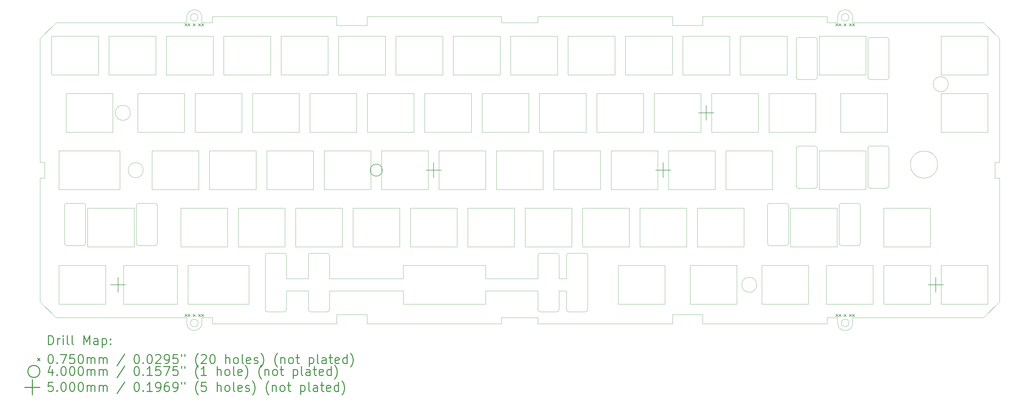
<source format=gbr>
%FSLAX45Y45*%
G04 Gerber Fmt 4.5, Leading zero omitted, Abs format (unit mm)*
G04 Created by KiCad (PCBNEW (5.1.12)-1) date 2021-12-15 02:21:57*
%MOMM*%
%LPD*%
G01*
G04 APERTURE LIST*
%TA.AperFunction,Profile*%
%ADD10C,0.010000*%
%TD*%
%TA.AperFunction,Profile*%
%ADD11C,0.100000*%
%TD*%
%ADD12C,0.200000*%
%ADD13C,0.300000*%
G04 APERTURE END LIST*
D10*
X30129375Y-3285000D02*
G75*
G02*
X30204375Y-3210000I75000J0D01*
G01*
X30204375Y-4610000D02*
G75*
G02*
X30129375Y-4535000I0J75000D01*
G01*
X27749375Y-3285000D02*
X27749375Y-4535000D01*
X27824375Y-4610000D02*
G75*
G02*
X27749375Y-4535000I0J75000D01*
G01*
X27824375Y-4610000D02*
X28374375Y-4610000D01*
X28449375Y-4535000D02*
G75*
G02*
X28374375Y-4610000I-75000J0D01*
G01*
X28449375Y-4535000D02*
X28449375Y-3285000D01*
X30129375Y-3285000D02*
X30129375Y-4535000D01*
X30204375Y-4610000D02*
X30754375Y-4610000D01*
X28374375Y-3210000D02*
X27824375Y-3210000D01*
X30754375Y-3210000D02*
G75*
G02*
X30829375Y-3285000I0J-75000D01*
G01*
X27749375Y-3285000D02*
G75*
G02*
X27824375Y-3210000I75000J0D01*
G01*
X28374375Y-3210000D02*
G75*
G02*
X28449375Y-3285000I0J-75000D01*
G01*
X30829375Y-4535000D02*
G75*
G02*
X30754375Y-4610000I-75000J0D01*
G01*
X30829375Y-4535000D02*
X30829375Y-3285000D01*
X30754375Y-3210000D02*
X30204375Y-3210000D01*
X28514375Y-4450000D02*
X30064375Y-4450000D01*
X28514375Y-3170000D02*
X28514375Y-4450000D01*
X30064375Y-4450000D02*
X30064375Y-3170000D01*
X30064375Y-3170000D02*
X28514375Y-3170000D01*
D11*
X26443750Y-11430000D02*
G75*
G03*
X26443750Y-11430000I-250000J0D01*
G01*
X5650000Y-5715000D02*
G75*
G03*
X5650000Y-5715000I-250000J0D01*
G01*
X32800000Y-4762500D02*
G75*
G03*
X32800000Y-4762500I-250000J0D01*
G01*
X2650000Y-3245000D02*
X3180000Y-2715000D01*
X2650000Y-7360000D02*
X2650000Y-3245000D01*
X2800000Y-7360000D02*
X2650000Y-7360000D01*
X2800000Y-7880000D02*
X2800000Y-7360000D01*
X2650000Y-7880000D02*
X2800000Y-7880000D01*
X2650000Y-11995000D02*
X2650000Y-7880000D01*
X3180000Y-12525000D02*
X2650000Y-11995000D01*
X7520000Y-12525000D02*
X3180000Y-12525000D01*
X7520000Y-12700000D02*
X7520000Y-12525000D01*
X8020000Y-12700000D02*
G75*
G02*
X7520000Y-12700000I-250000J0D01*
G01*
X8020000Y-12525000D02*
X8020000Y-12700000D01*
X8370000Y-12525000D02*
X8020000Y-12525000D01*
X8370000Y-12725000D02*
X8370000Y-12525000D01*
X12500000Y-12725000D02*
X8370000Y-12725000D01*
X12500000Y-12425000D02*
X12500000Y-12725000D01*
X13500000Y-12425000D02*
X12500000Y-12425000D01*
X13500000Y-12725000D02*
X13500000Y-12425000D01*
X17970000Y-12725000D02*
X13500000Y-12725000D01*
X17970000Y-12525000D02*
X17970000Y-12725000D01*
X17970000Y-2515000D02*
X17970000Y-2715000D01*
X13500000Y-2515000D02*
X17970000Y-2515000D01*
X13500000Y-2815000D02*
X13500000Y-2515000D01*
X12500000Y-2815000D02*
X13500000Y-2815000D01*
X12500000Y-2515000D02*
X12500000Y-2815000D01*
X8370000Y-2515000D02*
X12500000Y-2515000D01*
X8370000Y-2715000D02*
X8370000Y-2515000D01*
X8020000Y-2715000D02*
X8370000Y-2715000D01*
X8020000Y-2540000D02*
X8020000Y-2715000D01*
X7520000Y-2540000D02*
G75*
G02*
X8020000Y-2540000I250000J0D01*
G01*
X7520000Y-2715000D02*
X7520000Y-2540000D01*
X3180000Y-2715000D02*
X7520000Y-2715000D01*
X33967500Y-2715000D02*
X29627500Y-2715000D01*
X34497500Y-3245000D02*
X33967500Y-2715000D01*
X34497500Y-7360000D02*
X34497500Y-3245000D01*
X34347500Y-7360000D02*
X34497500Y-7360000D01*
X34347500Y-7880000D02*
X34347500Y-7360000D01*
X34497500Y-7880000D02*
X34347500Y-7880000D01*
X34497500Y-11995000D02*
X34497500Y-7880000D01*
X33967500Y-12525000D02*
X34497500Y-11995000D01*
X29627500Y-12525000D02*
X33967500Y-12525000D01*
X29627500Y-12700000D02*
X29627500Y-12525000D01*
X29627500Y-12700000D02*
G75*
G02*
X29127500Y-12700000I-250000J0D01*
G01*
X29127500Y-12525000D02*
X29127500Y-12700000D01*
X28777500Y-12525000D02*
X29127500Y-12525000D01*
X28777500Y-12725000D02*
X28777500Y-12525000D01*
X24647500Y-12725000D02*
X28777500Y-12725000D01*
X24647500Y-12425000D02*
X24647500Y-12725000D01*
X23647500Y-12425000D02*
X24647500Y-12425000D01*
X23647500Y-12725000D02*
X23647500Y-12425000D01*
X19177500Y-12725000D02*
X23647500Y-12725000D01*
X19177500Y-12525000D02*
X19177500Y-12725000D01*
X17970000Y-12525000D02*
X19177500Y-12525000D01*
X19177500Y-2715000D02*
X17970000Y-2715000D01*
X19177500Y-2515000D02*
X19177500Y-2715000D01*
X23647500Y-2515000D02*
X19177500Y-2515000D01*
X23647500Y-2815000D02*
X23647500Y-2515000D01*
X24647500Y-2815000D02*
X23647500Y-2815000D01*
X24647500Y-2515000D02*
X24647500Y-2815000D01*
X28777500Y-2515000D02*
X24647500Y-2515000D01*
X28777500Y-2715000D02*
X28777500Y-2515000D01*
X29127500Y-2715000D02*
X28777500Y-2715000D01*
X29127500Y-2540000D02*
X29127500Y-2715000D01*
X29127500Y-2540000D02*
G75*
G02*
X29627500Y-2540000I250000J0D01*
G01*
X29627500Y-2715000D02*
X29627500Y-2540000D01*
X7895000Y-12700000D02*
G75*
G03*
X7895000Y-12700000I-125000J0D01*
G01*
X29502500Y-12700000D02*
G75*
G03*
X29502500Y-12700000I-125000J0D01*
G01*
X7895000Y-2540000D02*
G75*
G03*
X7895000Y-2540000I-125000J0D01*
G01*
X29502500Y-2540000D02*
G75*
G03*
X29502500Y-2540000I-125000J0D01*
G01*
D10*
X32562500Y-4450000D02*
X34112500Y-4450000D01*
X34112500Y-5075000D02*
X32562500Y-5075000D01*
X32562500Y-5075000D02*
X32562500Y-6355000D01*
X32562500Y-6355000D02*
X34112500Y-6355000D01*
X34112500Y-6355000D02*
X34112500Y-5075000D01*
X34112500Y-4450000D02*
X34112500Y-3170000D01*
X34112500Y-3170000D02*
X32562500Y-3170000D01*
X32562500Y-3170000D02*
X32562500Y-4450000D01*
D11*
X6075000Y-7620000D02*
G75*
G03*
X6075000Y-7620000I-250000J0D01*
G01*
D10*
X10752500Y-10380000D02*
G75*
G02*
X10827500Y-10455000I0J-75000D01*
G01*
X10827500Y-10455000D02*
X10827500Y-11230000D01*
X10202500Y-10380000D02*
X10752500Y-10380000D01*
X10752500Y-12330000D02*
X10202500Y-12330000D01*
X10827500Y-11630000D02*
X10827500Y-12255000D01*
X10827500Y-12255000D02*
G75*
G02*
X10752500Y-12330000I-75000J0D01*
G01*
X12181250Y-10380000D02*
G75*
G02*
X12256250Y-10455000I0J-75000D01*
G01*
X12256250Y-10455000D02*
X12256250Y-11230000D01*
X11631250Y-10380000D02*
X12181250Y-10380000D01*
X12181250Y-12330000D02*
X11631250Y-12330000D01*
X12256250Y-11630000D02*
X12256250Y-12255000D01*
X12256250Y-12255000D02*
G75*
G02*
X12181250Y-12330000I-75000J0D01*
G01*
X4585000Y-4450000D02*
X4585000Y-3170000D01*
X3035000Y-4450000D02*
X4585000Y-4450000D01*
X3035000Y-3170000D02*
X3035000Y-4450000D01*
X4585000Y-3170000D02*
X3035000Y-3170000D01*
X34112500Y-12070000D02*
X34112500Y-10790000D01*
X32562500Y-12070000D02*
X34112500Y-12070000D01*
X32562500Y-10790000D02*
X32562500Y-12070000D01*
X34112500Y-10790000D02*
X32562500Y-10790000D01*
X32207500Y-12070000D02*
X32207500Y-10790000D01*
X30657500Y-12070000D02*
X32207500Y-12070000D01*
X30657500Y-10790000D02*
X30657500Y-12070000D01*
X32207500Y-10790000D02*
X30657500Y-10790000D01*
X30302500Y-12070000D02*
X30302500Y-10790000D01*
X28752500Y-12070000D02*
X30302500Y-12070000D01*
X28752500Y-10790000D02*
X28752500Y-12070000D01*
X30302500Y-10790000D02*
X28752500Y-10790000D01*
X32207500Y-10165000D02*
X32207500Y-8885000D01*
X30657500Y-10165000D02*
X32207500Y-10165000D01*
X30657500Y-8885000D02*
X30657500Y-10165000D01*
X32207500Y-8885000D02*
X30657500Y-8885000D01*
X5061250Y-6355000D02*
X5061250Y-5075000D01*
X3511250Y-6355000D02*
X5061250Y-6355000D01*
X3511250Y-5075000D02*
X3511250Y-6355000D01*
X5061250Y-5075000D02*
X3511250Y-5075000D01*
X5299375Y-8260000D02*
X5299375Y-6980000D01*
X5775625Y-10165000D02*
X5775625Y-8885000D01*
X4225625Y-10165000D02*
X5775625Y-10165000D01*
X4225625Y-8885000D02*
X4225625Y-10165000D01*
X5775625Y-8885000D02*
X4225625Y-8885000D01*
X3535625Y-10125000D02*
G75*
G02*
X3460625Y-10050000I0J75000D01*
G01*
X3460625Y-8800000D02*
X3460625Y-10050000D01*
X3460625Y-8800000D02*
G75*
G02*
X3535625Y-8725000I75000J0D01*
G01*
X4085625Y-8725000D02*
X3535625Y-8725000D01*
X4085625Y-8725000D02*
G75*
G02*
X4160625Y-8800000I0J-75000D01*
G01*
X4160625Y-10050000D02*
X4160625Y-8800000D01*
X4160625Y-10050000D02*
G75*
G02*
X4085625Y-10125000I-75000J0D01*
G01*
X3535625Y-10125000D02*
X4085625Y-10125000D01*
X5840625Y-8800000D02*
X5840625Y-10050000D01*
X5840625Y-8800000D02*
G75*
G02*
X5915625Y-8725000I75000J0D01*
G01*
X6465625Y-8725000D02*
X5915625Y-8725000D01*
X6465625Y-8725000D02*
G75*
G02*
X6540625Y-8800000I0J-75000D01*
G01*
X6540625Y-10050000D02*
X6540625Y-8800000D01*
X6540625Y-10050000D02*
G75*
G02*
X6465625Y-10125000I-75000J0D01*
G01*
X5915625Y-10125000D02*
X6465625Y-10125000D01*
X5915625Y-10125000D02*
G75*
G02*
X5840625Y-10050000I0J75000D01*
G01*
X29111875Y-10165000D02*
X29111875Y-8885000D01*
X27561875Y-10165000D02*
X29111875Y-10165000D01*
X27561875Y-8885000D02*
X27561875Y-10165000D01*
X29111875Y-8885000D02*
X27561875Y-8885000D01*
X30778750Y-6355000D02*
X30778750Y-5075000D01*
X29228750Y-6355000D02*
X30778750Y-6355000D01*
X29228750Y-5075000D02*
X29228750Y-6355000D01*
X30778750Y-5075000D02*
X29228750Y-5075000D01*
X30064375Y-8260000D02*
X30064375Y-6980000D01*
X28514375Y-8260000D02*
X30064375Y-8260000D01*
X28514375Y-6980000D02*
X28514375Y-8260000D01*
X30064375Y-6980000D02*
X28514375Y-6980000D01*
X6490000Y-4450000D02*
X6490000Y-3170000D01*
X4940000Y-4450000D02*
X6490000Y-4450000D01*
X4940000Y-3170000D02*
X4940000Y-4450000D01*
X6490000Y-3170000D02*
X4940000Y-3170000D01*
X28397500Y-6355000D02*
X28397500Y-5075000D01*
X26847500Y-6355000D02*
X28397500Y-6355000D01*
X26847500Y-5075000D02*
X26847500Y-6355000D01*
X28397500Y-5075000D02*
X26847500Y-5075000D01*
X26968750Y-8260000D02*
X26968750Y-6980000D01*
X25418750Y-8260000D02*
X26968750Y-8260000D01*
X25418750Y-6980000D02*
X25418750Y-8260000D01*
X26968750Y-6980000D02*
X25418750Y-6980000D01*
X26016250Y-10165000D02*
X26016250Y-8885000D01*
X24466250Y-10165000D02*
X26016250Y-10165000D01*
X24466250Y-8885000D02*
X24466250Y-10165000D01*
X26016250Y-8885000D02*
X24466250Y-8885000D01*
X7442500Y-6355000D02*
X7442500Y-5075000D01*
X5892500Y-6355000D02*
X7442500Y-6355000D01*
X5892500Y-5075000D02*
X5892500Y-6355000D01*
X7442500Y-5075000D02*
X5892500Y-5075000D01*
X7918750Y-8260000D02*
X7918750Y-6980000D01*
X6368750Y-8260000D02*
X7918750Y-8260000D01*
X6368750Y-6980000D02*
X6368750Y-8260000D01*
X7918750Y-6980000D02*
X6368750Y-6980000D01*
X8871250Y-10165000D02*
X8871250Y-8885000D01*
X7321250Y-10165000D02*
X8871250Y-10165000D01*
X7321250Y-8885000D02*
X7321250Y-10165000D01*
X8871250Y-8885000D02*
X7321250Y-8885000D01*
X4823125Y-12070000D02*
X4823125Y-10790000D01*
X3273125Y-12070000D02*
X4823125Y-12070000D01*
X3273125Y-10790000D02*
X3273125Y-12070000D01*
X4823125Y-10790000D02*
X3273125Y-10790000D01*
X25778125Y-12070000D02*
X25778125Y-10790000D01*
X24228125Y-12070000D02*
X25778125Y-12070000D01*
X24228125Y-10790000D02*
X24228125Y-12070000D01*
X25778125Y-10790000D02*
X24228125Y-10790000D01*
X28159375Y-12070000D02*
X28159375Y-10790000D01*
X26609375Y-12070000D02*
X28159375Y-12070000D01*
X26609375Y-10790000D02*
X26609375Y-12070000D01*
X28159375Y-10790000D02*
X26609375Y-10790000D01*
X21846875Y-12070000D02*
X21846875Y-10790000D01*
X23396875Y-12070000D02*
X21846875Y-12070000D01*
X23396875Y-10790000D02*
X23396875Y-12070000D01*
X21846875Y-10790000D02*
X23396875Y-10790000D01*
X7204375Y-12070000D02*
X7204375Y-10790000D01*
X9585625Y-12070000D02*
X9585625Y-10790000D01*
X27421875Y-8725000D02*
G75*
G02*
X27496875Y-8800000I0J-75000D01*
G01*
X27496875Y-10050000D02*
X27496875Y-8800000D01*
X27496875Y-10050000D02*
G75*
G02*
X27421875Y-10125000I-75000J0D01*
G01*
X26871875Y-10125000D02*
X27421875Y-10125000D01*
X26871875Y-10125000D02*
G75*
G02*
X26796875Y-10050000I0J75000D01*
G01*
X26796875Y-8800000D02*
X26796875Y-10050000D01*
X26796875Y-8800000D02*
G75*
G02*
X26871875Y-8725000I75000J0D01*
G01*
X27421875Y-8725000D02*
X26871875Y-8725000D01*
X29876875Y-10050000D02*
G75*
G02*
X29801875Y-10125000I-75000J0D01*
G01*
X29251875Y-10125000D02*
X29801875Y-10125000D01*
X29251875Y-10125000D02*
G75*
G02*
X29176875Y-10050000I0J75000D01*
G01*
X29176875Y-8800000D02*
X29176875Y-10050000D01*
X29176875Y-8800000D02*
G75*
G02*
X29251875Y-8725000I75000J0D01*
G01*
X29801875Y-8725000D02*
X29251875Y-8725000D01*
X29801875Y-8725000D02*
G75*
G02*
X29876875Y-8800000I0J-75000D01*
G01*
X29876875Y-10050000D02*
X29876875Y-8800000D01*
X28449375Y-8145000D02*
G75*
G02*
X28374375Y-8220000I-75000J0D01*
G01*
X27824375Y-8220000D02*
X28374375Y-8220000D01*
X27824375Y-8220000D02*
G75*
G02*
X27749375Y-8145000I0J75000D01*
G01*
X27749375Y-6895000D02*
X27749375Y-8145000D01*
X27749375Y-6895000D02*
G75*
G02*
X27824375Y-6820000I75000J0D01*
G01*
X28374375Y-6820000D02*
X27824375Y-6820000D01*
X28374375Y-6820000D02*
G75*
G02*
X28449375Y-6895000I0J-75000D01*
G01*
X28449375Y-8145000D02*
X28449375Y-6895000D01*
X30204375Y-8220000D02*
G75*
G02*
X30129375Y-8145000I0J75000D01*
G01*
X30129375Y-6895000D02*
X30129375Y-8145000D01*
X30129375Y-6895000D02*
G75*
G02*
X30204375Y-6820000I75000J0D01*
G01*
X30754375Y-6820000D02*
X30204375Y-6820000D01*
X30754375Y-6820000D02*
G75*
G02*
X30829375Y-6895000I0J-75000D01*
G01*
X30829375Y-8145000D02*
X30829375Y-6895000D01*
X30829375Y-8145000D02*
G75*
G02*
X30754375Y-8220000I-75000J0D01*
G01*
X30204375Y-8220000D02*
X30754375Y-8220000D01*
X6845000Y-4450000D02*
X8395000Y-4450000D01*
X6845000Y-3170000D02*
X6845000Y-4450000D01*
X8395000Y-3170000D02*
X6845000Y-3170000D01*
X8395000Y-4450000D02*
X8395000Y-3170000D01*
X8750000Y-4450000D02*
X10300000Y-4450000D01*
X8750000Y-3170000D02*
X8750000Y-4450000D01*
X10300000Y-3170000D02*
X8750000Y-3170000D01*
X10300000Y-4450000D02*
X10300000Y-3170000D01*
X10655000Y-4450000D02*
X12205000Y-4450000D01*
X10655000Y-3170000D02*
X10655000Y-4450000D01*
X12205000Y-3170000D02*
X10655000Y-3170000D01*
X12205000Y-4450000D02*
X12205000Y-3170000D01*
X12560000Y-4450000D02*
X14110000Y-4450000D01*
X12560000Y-3170000D02*
X12560000Y-4450000D01*
X14110000Y-3170000D02*
X12560000Y-3170000D01*
X14110000Y-4450000D02*
X14110000Y-3170000D01*
X14465000Y-4450000D02*
X16015000Y-4450000D01*
X14465000Y-3170000D02*
X14465000Y-4450000D01*
X16015000Y-3170000D02*
X14465000Y-3170000D01*
X16015000Y-4450000D02*
X16015000Y-3170000D01*
X16370000Y-4450000D02*
X17920000Y-4450000D01*
X16370000Y-3170000D02*
X16370000Y-4450000D01*
X17920000Y-3170000D02*
X16370000Y-3170000D01*
X17920000Y-4450000D02*
X17920000Y-3170000D01*
X25895000Y-4450000D02*
X27445000Y-4450000D01*
X25895000Y-3170000D02*
X25895000Y-4450000D01*
X27445000Y-3170000D02*
X25895000Y-3170000D01*
X27445000Y-4450000D02*
X27445000Y-3170000D01*
X23990000Y-4450000D02*
X25540000Y-4450000D01*
X23990000Y-3170000D02*
X23990000Y-4450000D01*
X25540000Y-3170000D02*
X23990000Y-3170000D01*
X25540000Y-4450000D02*
X25540000Y-3170000D01*
X22085000Y-4450000D02*
X23635000Y-4450000D01*
X22085000Y-3170000D02*
X22085000Y-4450000D01*
X23635000Y-3170000D02*
X22085000Y-3170000D01*
X23635000Y-4450000D02*
X23635000Y-3170000D01*
X20180000Y-4450000D02*
X21730000Y-4450000D01*
X20180000Y-3170000D02*
X20180000Y-4450000D01*
X21730000Y-3170000D02*
X20180000Y-3170000D01*
X21730000Y-4450000D02*
X21730000Y-3170000D01*
X18275000Y-4450000D02*
X19825000Y-4450000D01*
X18275000Y-3170000D02*
X18275000Y-4450000D01*
X19825000Y-3170000D02*
X18275000Y-3170000D01*
X19825000Y-4450000D02*
X19825000Y-3170000D01*
X7797500Y-6355000D02*
X9347500Y-6355000D01*
X7797500Y-5075000D02*
X7797500Y-6355000D01*
X9347500Y-5075000D02*
X7797500Y-5075000D01*
X9347500Y-6355000D02*
X9347500Y-5075000D01*
X9702500Y-6355000D02*
X11252500Y-6355000D01*
X9702500Y-5075000D02*
X9702500Y-6355000D01*
X11252500Y-5075000D02*
X9702500Y-5075000D01*
X11252500Y-6355000D02*
X11252500Y-5075000D01*
X11607500Y-6355000D02*
X13157500Y-6355000D01*
X11607500Y-5075000D02*
X11607500Y-6355000D01*
X13157500Y-5075000D02*
X11607500Y-5075000D01*
X13157500Y-6355000D02*
X13157500Y-5075000D01*
X13512500Y-6355000D02*
X15062500Y-6355000D01*
X13512500Y-5075000D02*
X13512500Y-6355000D01*
X15062500Y-5075000D02*
X13512500Y-5075000D01*
X15062500Y-6355000D02*
X15062500Y-5075000D01*
X15417500Y-6355000D02*
X16967500Y-6355000D01*
X15417500Y-5075000D02*
X15417500Y-6355000D01*
X16967500Y-5075000D02*
X15417500Y-5075000D01*
X16967500Y-6355000D02*
X16967500Y-5075000D01*
X17322500Y-6355000D02*
X18872500Y-6355000D01*
X17322500Y-5075000D02*
X17322500Y-6355000D01*
X18872500Y-5075000D02*
X17322500Y-5075000D01*
X18872500Y-6355000D02*
X18872500Y-5075000D01*
X19227500Y-6355000D02*
X20777500Y-6355000D01*
X19227500Y-5075000D02*
X19227500Y-6355000D01*
X20777500Y-5075000D02*
X19227500Y-5075000D01*
X20777500Y-6355000D02*
X20777500Y-5075000D01*
X24942500Y-6355000D02*
X26492500Y-6355000D01*
X24942500Y-5075000D02*
X24942500Y-6355000D01*
X26492500Y-5075000D02*
X24942500Y-5075000D01*
X26492500Y-6355000D02*
X26492500Y-5075000D01*
X23037500Y-6355000D02*
X24587500Y-6355000D01*
X23037500Y-5075000D02*
X23037500Y-6355000D01*
X24587500Y-5075000D02*
X23037500Y-5075000D01*
X24587500Y-6355000D02*
X24587500Y-5075000D01*
X21132500Y-6355000D02*
X22682500Y-6355000D01*
X21132500Y-5075000D02*
X21132500Y-6355000D01*
X22682500Y-5075000D02*
X21132500Y-5075000D01*
X22682500Y-6355000D02*
X22682500Y-5075000D01*
X8273750Y-8260000D02*
X9823750Y-8260000D01*
X8273750Y-6980000D02*
X8273750Y-8260000D01*
X9823750Y-6980000D02*
X8273750Y-6980000D01*
X9823750Y-8260000D02*
X9823750Y-6980000D01*
X10178750Y-8260000D02*
X11728750Y-8260000D01*
X10178750Y-6980000D02*
X10178750Y-8260000D01*
X11728750Y-6980000D02*
X10178750Y-6980000D01*
X11728750Y-8260000D02*
X11728750Y-6980000D01*
X12083750Y-8260000D02*
X13633750Y-8260000D01*
X12083750Y-6980000D02*
X12083750Y-8260000D01*
X13633750Y-6980000D02*
X12083750Y-6980000D01*
X13633750Y-8260000D02*
X13633750Y-6980000D01*
X13988750Y-8260000D02*
X15538750Y-8260000D01*
X13988750Y-6980000D02*
X13988750Y-8260000D01*
X15538750Y-6980000D02*
X13988750Y-6980000D01*
X15538750Y-8260000D02*
X15538750Y-6980000D01*
X15893750Y-8260000D02*
X17443750Y-8260000D01*
X15893750Y-6980000D02*
X15893750Y-8260000D01*
X17443750Y-6980000D02*
X15893750Y-6980000D01*
X17443750Y-8260000D02*
X17443750Y-6980000D01*
X17798750Y-8260000D02*
X19348750Y-8260000D01*
X17798750Y-6980000D02*
X17798750Y-8260000D01*
X19348750Y-6980000D02*
X17798750Y-6980000D01*
X19348750Y-8260000D02*
X19348750Y-6980000D01*
X19703750Y-8260000D02*
X21253750Y-8260000D01*
X19703750Y-6980000D02*
X19703750Y-8260000D01*
X21253750Y-6980000D02*
X19703750Y-6980000D01*
X21253750Y-8260000D02*
X21253750Y-6980000D01*
X23513750Y-8260000D02*
X25063750Y-8260000D01*
X23513750Y-6980000D02*
X23513750Y-8260000D01*
X25063750Y-6980000D02*
X23513750Y-6980000D01*
X25063750Y-8260000D02*
X25063750Y-6980000D01*
X21608750Y-8260000D02*
X23158750Y-8260000D01*
X21608750Y-6980000D02*
X21608750Y-8260000D01*
X23158750Y-6980000D02*
X21608750Y-6980000D01*
X23158750Y-8260000D02*
X23158750Y-6980000D01*
X9226250Y-10165000D02*
X10776250Y-10165000D01*
X9226250Y-8885000D02*
X9226250Y-10165000D01*
X10776250Y-8885000D02*
X9226250Y-8885000D01*
X10776250Y-10165000D02*
X10776250Y-8885000D01*
X11131250Y-10165000D02*
X12681250Y-10165000D01*
X11131250Y-8885000D02*
X11131250Y-10165000D01*
X12681250Y-8885000D02*
X11131250Y-8885000D01*
X12681250Y-10165000D02*
X12681250Y-8885000D01*
X13036250Y-10165000D02*
X14586250Y-10165000D01*
X13036250Y-8885000D02*
X13036250Y-10165000D01*
X14586250Y-8885000D02*
X13036250Y-8885000D01*
X14586250Y-10165000D02*
X14586250Y-8885000D01*
X14941250Y-10165000D02*
X16491250Y-10165000D01*
X14941250Y-8885000D02*
X14941250Y-10165000D01*
X16491250Y-8885000D02*
X14941250Y-8885000D01*
X16491250Y-10165000D02*
X16491250Y-8885000D01*
X16846250Y-10165000D02*
X18396250Y-10165000D01*
X16846250Y-8885000D02*
X16846250Y-10165000D01*
X18396250Y-8885000D02*
X16846250Y-8885000D01*
X18396250Y-10165000D02*
X18396250Y-8885000D01*
X18751250Y-10165000D02*
X20301250Y-10165000D01*
X18751250Y-8885000D02*
X18751250Y-10165000D01*
X20301250Y-8885000D02*
X18751250Y-8885000D01*
X20301250Y-10165000D02*
X20301250Y-8885000D01*
X20656250Y-10165000D02*
X22206250Y-10165000D01*
X20656250Y-8885000D02*
X20656250Y-10165000D01*
X22206250Y-8885000D02*
X20656250Y-8885000D01*
X22206250Y-10165000D02*
X22206250Y-8885000D01*
X22561250Y-10165000D02*
X24111250Y-10165000D01*
X22561250Y-8885000D02*
X22561250Y-10165000D01*
X24111250Y-8885000D02*
X22561250Y-8885000D01*
X24111250Y-10165000D02*
X24111250Y-8885000D01*
X7559375Y-12070000D02*
X9585625Y-12070000D01*
X7559375Y-10790000D02*
X7559375Y-12070000D01*
X9585625Y-10790000D02*
X7559375Y-10790000D01*
X5416250Y-12070000D02*
X7204375Y-12070000D01*
X5416250Y-10790000D02*
X5416250Y-12070000D01*
X7204375Y-10790000D02*
X5416250Y-10790000D01*
X3273125Y-8260000D02*
X5299375Y-8260000D01*
X3273125Y-6980000D02*
X3273125Y-8260000D01*
X5299375Y-6980000D02*
X3273125Y-6980000D01*
X14703125Y-11630000D02*
X12256250Y-11630000D01*
X14703125Y-12070000D02*
X14703125Y-11630000D01*
X17443750Y-12070000D02*
X14703125Y-12070000D01*
X17443750Y-11630000D02*
X17443750Y-12070000D01*
X19176250Y-11630000D02*
X17443750Y-11630000D01*
X19176250Y-12255000D02*
X19176250Y-11630000D01*
X19251250Y-12330000D02*
G75*
G02*
X19176250Y-12255000I0J75000D01*
G01*
X19801250Y-12330000D02*
X19251250Y-12330000D01*
X19876250Y-12255000D02*
G75*
G02*
X19801250Y-12330000I-75000J0D01*
G01*
X19876250Y-11630000D02*
X19876250Y-12255000D01*
X20128750Y-11630000D02*
X19876250Y-11630000D01*
X20128750Y-12255000D02*
X20128750Y-11630000D01*
X20203750Y-12330000D02*
G75*
G02*
X20128750Y-12255000I0J75000D01*
G01*
X20753750Y-12330000D02*
X20203750Y-12330000D01*
X20828750Y-12255000D02*
G75*
G02*
X20753750Y-12330000I-75000J0D01*
G01*
X20828750Y-10455000D02*
X20828750Y-12255000D01*
X20753750Y-10380000D02*
G75*
G02*
X20828750Y-10455000I0J-75000D01*
G01*
X20203750Y-10380000D02*
X20753750Y-10380000D01*
X20128750Y-10455000D02*
G75*
G02*
X20203750Y-10380000I75000J0D01*
G01*
X20128750Y-11230000D02*
X20128750Y-10455000D01*
X19876250Y-11230000D02*
X20128750Y-11230000D01*
X19876250Y-10455000D02*
X19876250Y-11230000D01*
X19801250Y-10380000D02*
G75*
G02*
X19876250Y-10455000I0J-75000D01*
G01*
X19251250Y-10380000D02*
X19801250Y-10380000D01*
X19176250Y-10455000D02*
G75*
G02*
X19251250Y-10380000I75000J0D01*
G01*
X19176250Y-11230000D02*
X19176250Y-10455000D01*
X17443750Y-11230000D02*
X19176250Y-11230000D01*
X17443750Y-10790000D02*
X17443750Y-11230000D01*
X14703125Y-10790000D02*
X17443750Y-10790000D01*
X14703125Y-11230000D02*
X14703125Y-10790000D01*
X12256250Y-11230000D02*
X14703125Y-11230000D01*
X11556250Y-10455000D02*
G75*
G02*
X11631250Y-10380000I75000J0D01*
G01*
X11556250Y-11230000D02*
X11556250Y-10455000D01*
X10827500Y-11230000D02*
X11556250Y-11230000D01*
X10127500Y-10455000D02*
G75*
G02*
X10202500Y-10380000I75000J0D01*
G01*
X10127500Y-12255000D02*
X10127500Y-10455000D01*
X10202500Y-12330000D02*
G75*
G02*
X10127500Y-12255000I0J75000D01*
G01*
X11556250Y-11630000D02*
X10827500Y-11630000D01*
X11556250Y-12255000D02*
X11556250Y-11630000D01*
X11631250Y-12330000D02*
G75*
G02*
X11556250Y-12255000I0J75000D01*
G01*
X32445000Y-7435000D02*
G75*
G03*
X32445000Y-7435000I-450000J0D01*
G01*
D12*
X7457500Y-2752500D02*
X7532500Y-2827500D01*
X7532500Y-2752500D02*
X7457500Y-2827500D01*
X7457500Y-12412500D02*
X7532500Y-12487500D01*
X7532500Y-12412500D02*
X7457500Y-12487500D01*
X7557500Y-2752500D02*
X7632500Y-2827500D01*
X7632500Y-2752500D02*
X7557500Y-2827500D01*
X7557500Y-12412500D02*
X7632500Y-12487500D01*
X7632500Y-12412500D02*
X7557500Y-12487500D01*
X7732500Y-2752500D02*
X7807500Y-2827500D01*
X7807500Y-2752500D02*
X7732500Y-2827500D01*
X7732500Y-12412500D02*
X7807500Y-12487500D01*
X7807500Y-12412500D02*
X7732500Y-12487500D01*
X7907500Y-2752500D02*
X7982500Y-2827500D01*
X7982500Y-2752500D02*
X7907500Y-2827500D01*
X7907500Y-12412500D02*
X7982500Y-12487500D01*
X7982500Y-12412500D02*
X7907500Y-12487500D01*
X8007500Y-2752500D02*
X8082500Y-2827500D01*
X8082500Y-2752500D02*
X8007500Y-2827500D01*
X8007500Y-12412500D02*
X8082500Y-12487500D01*
X8082500Y-12412500D02*
X8007500Y-12487500D01*
X29065000Y-2752500D02*
X29140000Y-2827500D01*
X29140000Y-2752500D02*
X29065000Y-2827500D01*
X29065000Y-12412500D02*
X29140000Y-12487500D01*
X29140000Y-12412500D02*
X29065000Y-12487500D01*
X29165000Y-2752500D02*
X29240000Y-2827500D01*
X29240000Y-2752500D02*
X29165000Y-2827500D01*
X29165000Y-12412500D02*
X29240000Y-12487500D01*
X29240000Y-12412500D02*
X29165000Y-12487500D01*
X29340000Y-2752500D02*
X29415000Y-2827500D01*
X29415000Y-2752500D02*
X29340000Y-2827500D01*
X29340000Y-12412500D02*
X29415000Y-12487500D01*
X29415000Y-12412500D02*
X29340000Y-12487500D01*
X29515000Y-2752500D02*
X29590000Y-2827500D01*
X29590000Y-2752500D02*
X29515000Y-2827500D01*
X29515000Y-12412500D02*
X29590000Y-12487500D01*
X29590000Y-12412500D02*
X29515000Y-12487500D01*
X29615000Y-2752500D02*
X29690000Y-2827500D01*
X29690000Y-2752500D02*
X29615000Y-2827500D01*
X29615000Y-12412500D02*
X29690000Y-12487500D01*
X29690000Y-12412500D02*
X29615000Y-12487500D01*
X14011250Y-7620000D02*
G75*
G03*
X14011250Y-7620000I-200000J0D01*
G01*
X5238750Y-11180000D02*
X5238750Y-11680000D01*
X4988750Y-11430000D02*
X5488750Y-11430000D01*
X15716250Y-7370000D02*
X15716250Y-7870000D01*
X15466250Y-7620000D02*
X15966250Y-7620000D01*
X23336250Y-7370000D02*
X23336250Y-7870000D01*
X23086250Y-7620000D02*
X23586250Y-7620000D01*
X24765000Y-5465000D02*
X24765000Y-5965000D01*
X24515000Y-5715000D02*
X25015000Y-5715000D01*
X32385000Y-11180000D02*
X32385000Y-11680000D01*
X32135000Y-11430000D02*
X32635000Y-11430000D01*
D13*
X2931428Y-13420714D02*
X2931428Y-13120714D01*
X3002857Y-13120714D01*
X3045714Y-13135000D01*
X3074286Y-13163571D01*
X3088571Y-13192143D01*
X3102857Y-13249286D01*
X3102857Y-13292143D01*
X3088571Y-13349286D01*
X3074286Y-13377857D01*
X3045714Y-13406429D01*
X3002857Y-13420714D01*
X2931428Y-13420714D01*
X3231428Y-13420714D02*
X3231428Y-13220714D01*
X3231428Y-13277857D02*
X3245714Y-13249286D01*
X3260000Y-13235000D01*
X3288571Y-13220714D01*
X3317143Y-13220714D01*
X3417143Y-13420714D02*
X3417143Y-13220714D01*
X3417143Y-13120714D02*
X3402857Y-13135000D01*
X3417143Y-13149286D01*
X3431428Y-13135000D01*
X3417143Y-13120714D01*
X3417143Y-13149286D01*
X3602857Y-13420714D02*
X3574286Y-13406429D01*
X3560000Y-13377857D01*
X3560000Y-13120714D01*
X3760000Y-13420714D02*
X3731428Y-13406429D01*
X3717143Y-13377857D01*
X3717143Y-13120714D01*
X4102857Y-13420714D02*
X4102857Y-13120714D01*
X4202857Y-13335000D01*
X4302857Y-13120714D01*
X4302857Y-13420714D01*
X4574286Y-13420714D02*
X4574286Y-13263571D01*
X4560000Y-13235000D01*
X4531428Y-13220714D01*
X4474286Y-13220714D01*
X4445714Y-13235000D01*
X4574286Y-13406429D02*
X4545714Y-13420714D01*
X4474286Y-13420714D01*
X4445714Y-13406429D01*
X4431428Y-13377857D01*
X4431428Y-13349286D01*
X4445714Y-13320714D01*
X4474286Y-13306429D01*
X4545714Y-13306429D01*
X4574286Y-13292143D01*
X4717143Y-13220714D02*
X4717143Y-13520714D01*
X4717143Y-13235000D02*
X4745714Y-13220714D01*
X4802857Y-13220714D01*
X4831428Y-13235000D01*
X4845714Y-13249286D01*
X4860000Y-13277857D01*
X4860000Y-13363571D01*
X4845714Y-13392143D01*
X4831428Y-13406429D01*
X4802857Y-13420714D01*
X4745714Y-13420714D01*
X4717143Y-13406429D01*
X4988571Y-13392143D02*
X5002857Y-13406429D01*
X4988571Y-13420714D01*
X4974286Y-13406429D01*
X4988571Y-13392143D01*
X4988571Y-13420714D01*
X4988571Y-13235000D02*
X5002857Y-13249286D01*
X4988571Y-13263571D01*
X4974286Y-13249286D01*
X4988571Y-13235000D01*
X4988571Y-13263571D01*
X2570000Y-13877500D02*
X2645000Y-13952500D01*
X2645000Y-13877500D02*
X2570000Y-13952500D01*
X2988571Y-13750714D02*
X3017143Y-13750714D01*
X3045714Y-13765000D01*
X3060000Y-13779286D01*
X3074286Y-13807857D01*
X3088571Y-13865000D01*
X3088571Y-13936429D01*
X3074286Y-13993571D01*
X3060000Y-14022143D01*
X3045714Y-14036429D01*
X3017143Y-14050714D01*
X2988571Y-14050714D01*
X2960000Y-14036429D01*
X2945714Y-14022143D01*
X2931428Y-13993571D01*
X2917143Y-13936429D01*
X2917143Y-13865000D01*
X2931428Y-13807857D01*
X2945714Y-13779286D01*
X2960000Y-13765000D01*
X2988571Y-13750714D01*
X3217143Y-14022143D02*
X3231428Y-14036429D01*
X3217143Y-14050714D01*
X3202857Y-14036429D01*
X3217143Y-14022143D01*
X3217143Y-14050714D01*
X3331428Y-13750714D02*
X3531428Y-13750714D01*
X3402857Y-14050714D01*
X3788571Y-13750714D02*
X3645714Y-13750714D01*
X3631428Y-13893571D01*
X3645714Y-13879286D01*
X3674286Y-13865000D01*
X3745714Y-13865000D01*
X3774286Y-13879286D01*
X3788571Y-13893571D01*
X3802857Y-13922143D01*
X3802857Y-13993571D01*
X3788571Y-14022143D01*
X3774286Y-14036429D01*
X3745714Y-14050714D01*
X3674286Y-14050714D01*
X3645714Y-14036429D01*
X3631428Y-14022143D01*
X3988571Y-13750714D02*
X4017143Y-13750714D01*
X4045714Y-13765000D01*
X4060000Y-13779286D01*
X4074286Y-13807857D01*
X4088571Y-13865000D01*
X4088571Y-13936429D01*
X4074286Y-13993571D01*
X4060000Y-14022143D01*
X4045714Y-14036429D01*
X4017143Y-14050714D01*
X3988571Y-14050714D01*
X3960000Y-14036429D01*
X3945714Y-14022143D01*
X3931428Y-13993571D01*
X3917143Y-13936429D01*
X3917143Y-13865000D01*
X3931428Y-13807857D01*
X3945714Y-13779286D01*
X3960000Y-13765000D01*
X3988571Y-13750714D01*
X4217143Y-14050714D02*
X4217143Y-13850714D01*
X4217143Y-13879286D02*
X4231428Y-13865000D01*
X4260000Y-13850714D01*
X4302857Y-13850714D01*
X4331428Y-13865000D01*
X4345714Y-13893571D01*
X4345714Y-14050714D01*
X4345714Y-13893571D02*
X4360000Y-13865000D01*
X4388571Y-13850714D01*
X4431428Y-13850714D01*
X4460000Y-13865000D01*
X4474286Y-13893571D01*
X4474286Y-14050714D01*
X4617143Y-14050714D02*
X4617143Y-13850714D01*
X4617143Y-13879286D02*
X4631428Y-13865000D01*
X4660000Y-13850714D01*
X4702857Y-13850714D01*
X4731428Y-13865000D01*
X4745714Y-13893571D01*
X4745714Y-14050714D01*
X4745714Y-13893571D02*
X4760000Y-13865000D01*
X4788571Y-13850714D01*
X4831428Y-13850714D01*
X4860000Y-13865000D01*
X4874286Y-13893571D01*
X4874286Y-14050714D01*
X5460000Y-13736429D02*
X5202857Y-14122143D01*
X5845714Y-13750714D02*
X5874286Y-13750714D01*
X5902857Y-13765000D01*
X5917143Y-13779286D01*
X5931428Y-13807857D01*
X5945714Y-13865000D01*
X5945714Y-13936429D01*
X5931428Y-13993571D01*
X5917143Y-14022143D01*
X5902857Y-14036429D01*
X5874286Y-14050714D01*
X5845714Y-14050714D01*
X5817143Y-14036429D01*
X5802857Y-14022143D01*
X5788571Y-13993571D01*
X5774286Y-13936429D01*
X5774286Y-13865000D01*
X5788571Y-13807857D01*
X5802857Y-13779286D01*
X5817143Y-13765000D01*
X5845714Y-13750714D01*
X6074286Y-14022143D02*
X6088571Y-14036429D01*
X6074286Y-14050714D01*
X6060000Y-14036429D01*
X6074286Y-14022143D01*
X6074286Y-14050714D01*
X6274286Y-13750714D02*
X6302857Y-13750714D01*
X6331428Y-13765000D01*
X6345714Y-13779286D01*
X6360000Y-13807857D01*
X6374286Y-13865000D01*
X6374286Y-13936429D01*
X6360000Y-13993571D01*
X6345714Y-14022143D01*
X6331428Y-14036429D01*
X6302857Y-14050714D01*
X6274286Y-14050714D01*
X6245714Y-14036429D01*
X6231428Y-14022143D01*
X6217143Y-13993571D01*
X6202857Y-13936429D01*
X6202857Y-13865000D01*
X6217143Y-13807857D01*
X6231428Y-13779286D01*
X6245714Y-13765000D01*
X6274286Y-13750714D01*
X6488571Y-13779286D02*
X6502857Y-13765000D01*
X6531428Y-13750714D01*
X6602857Y-13750714D01*
X6631428Y-13765000D01*
X6645714Y-13779286D01*
X6660000Y-13807857D01*
X6660000Y-13836429D01*
X6645714Y-13879286D01*
X6474286Y-14050714D01*
X6660000Y-14050714D01*
X6802857Y-14050714D02*
X6860000Y-14050714D01*
X6888571Y-14036429D01*
X6902857Y-14022143D01*
X6931428Y-13979286D01*
X6945714Y-13922143D01*
X6945714Y-13807857D01*
X6931428Y-13779286D01*
X6917143Y-13765000D01*
X6888571Y-13750714D01*
X6831428Y-13750714D01*
X6802857Y-13765000D01*
X6788571Y-13779286D01*
X6774286Y-13807857D01*
X6774286Y-13879286D01*
X6788571Y-13907857D01*
X6802857Y-13922143D01*
X6831428Y-13936429D01*
X6888571Y-13936429D01*
X6917143Y-13922143D01*
X6931428Y-13907857D01*
X6945714Y-13879286D01*
X7217143Y-13750714D02*
X7074286Y-13750714D01*
X7060000Y-13893571D01*
X7074286Y-13879286D01*
X7102857Y-13865000D01*
X7174286Y-13865000D01*
X7202857Y-13879286D01*
X7217143Y-13893571D01*
X7231428Y-13922143D01*
X7231428Y-13993571D01*
X7217143Y-14022143D01*
X7202857Y-14036429D01*
X7174286Y-14050714D01*
X7102857Y-14050714D01*
X7074286Y-14036429D01*
X7060000Y-14022143D01*
X7345714Y-13750714D02*
X7345714Y-13807857D01*
X7460000Y-13750714D02*
X7460000Y-13807857D01*
X7902857Y-14165000D02*
X7888571Y-14150714D01*
X7860000Y-14107857D01*
X7845714Y-14079286D01*
X7831428Y-14036429D01*
X7817143Y-13965000D01*
X7817143Y-13907857D01*
X7831428Y-13836429D01*
X7845714Y-13793571D01*
X7860000Y-13765000D01*
X7888571Y-13722143D01*
X7902857Y-13707857D01*
X8002857Y-13779286D02*
X8017143Y-13765000D01*
X8045714Y-13750714D01*
X8117143Y-13750714D01*
X8145714Y-13765000D01*
X8160000Y-13779286D01*
X8174286Y-13807857D01*
X8174286Y-13836429D01*
X8160000Y-13879286D01*
X7988571Y-14050714D01*
X8174286Y-14050714D01*
X8360000Y-13750714D02*
X8388571Y-13750714D01*
X8417143Y-13765000D01*
X8431428Y-13779286D01*
X8445714Y-13807857D01*
X8460000Y-13865000D01*
X8460000Y-13936429D01*
X8445714Y-13993571D01*
X8431428Y-14022143D01*
X8417143Y-14036429D01*
X8388571Y-14050714D01*
X8360000Y-14050714D01*
X8331428Y-14036429D01*
X8317143Y-14022143D01*
X8302857Y-13993571D01*
X8288571Y-13936429D01*
X8288571Y-13865000D01*
X8302857Y-13807857D01*
X8317143Y-13779286D01*
X8331428Y-13765000D01*
X8360000Y-13750714D01*
X8817143Y-14050714D02*
X8817143Y-13750714D01*
X8945714Y-14050714D02*
X8945714Y-13893571D01*
X8931428Y-13865000D01*
X8902857Y-13850714D01*
X8860000Y-13850714D01*
X8831428Y-13865000D01*
X8817143Y-13879286D01*
X9131428Y-14050714D02*
X9102857Y-14036429D01*
X9088571Y-14022143D01*
X9074286Y-13993571D01*
X9074286Y-13907857D01*
X9088571Y-13879286D01*
X9102857Y-13865000D01*
X9131428Y-13850714D01*
X9174286Y-13850714D01*
X9202857Y-13865000D01*
X9217143Y-13879286D01*
X9231428Y-13907857D01*
X9231428Y-13993571D01*
X9217143Y-14022143D01*
X9202857Y-14036429D01*
X9174286Y-14050714D01*
X9131428Y-14050714D01*
X9402857Y-14050714D02*
X9374286Y-14036429D01*
X9360000Y-14007857D01*
X9360000Y-13750714D01*
X9631428Y-14036429D02*
X9602857Y-14050714D01*
X9545714Y-14050714D01*
X9517143Y-14036429D01*
X9502857Y-14007857D01*
X9502857Y-13893571D01*
X9517143Y-13865000D01*
X9545714Y-13850714D01*
X9602857Y-13850714D01*
X9631428Y-13865000D01*
X9645714Y-13893571D01*
X9645714Y-13922143D01*
X9502857Y-13950714D01*
X9760000Y-14036429D02*
X9788571Y-14050714D01*
X9845714Y-14050714D01*
X9874286Y-14036429D01*
X9888571Y-14007857D01*
X9888571Y-13993571D01*
X9874286Y-13965000D01*
X9845714Y-13950714D01*
X9802857Y-13950714D01*
X9774286Y-13936429D01*
X9760000Y-13907857D01*
X9760000Y-13893571D01*
X9774286Y-13865000D01*
X9802857Y-13850714D01*
X9845714Y-13850714D01*
X9874286Y-13865000D01*
X9988571Y-14165000D02*
X10002857Y-14150714D01*
X10031428Y-14107857D01*
X10045714Y-14079286D01*
X10060000Y-14036429D01*
X10074286Y-13965000D01*
X10074286Y-13907857D01*
X10060000Y-13836429D01*
X10045714Y-13793571D01*
X10031428Y-13765000D01*
X10002857Y-13722143D01*
X9988571Y-13707857D01*
X10531428Y-14165000D02*
X10517143Y-14150714D01*
X10488571Y-14107857D01*
X10474286Y-14079286D01*
X10460000Y-14036429D01*
X10445714Y-13965000D01*
X10445714Y-13907857D01*
X10460000Y-13836429D01*
X10474286Y-13793571D01*
X10488571Y-13765000D01*
X10517143Y-13722143D01*
X10531428Y-13707857D01*
X10645714Y-13850714D02*
X10645714Y-14050714D01*
X10645714Y-13879286D02*
X10660000Y-13865000D01*
X10688571Y-13850714D01*
X10731428Y-13850714D01*
X10760000Y-13865000D01*
X10774286Y-13893571D01*
X10774286Y-14050714D01*
X10960000Y-14050714D02*
X10931428Y-14036429D01*
X10917143Y-14022143D01*
X10902857Y-13993571D01*
X10902857Y-13907857D01*
X10917143Y-13879286D01*
X10931428Y-13865000D01*
X10960000Y-13850714D01*
X11002857Y-13850714D01*
X11031428Y-13865000D01*
X11045714Y-13879286D01*
X11060000Y-13907857D01*
X11060000Y-13993571D01*
X11045714Y-14022143D01*
X11031428Y-14036429D01*
X11002857Y-14050714D01*
X10960000Y-14050714D01*
X11145714Y-13850714D02*
X11260000Y-13850714D01*
X11188571Y-13750714D02*
X11188571Y-14007857D01*
X11202857Y-14036429D01*
X11231428Y-14050714D01*
X11260000Y-14050714D01*
X11588571Y-13850714D02*
X11588571Y-14150714D01*
X11588571Y-13865000D02*
X11617143Y-13850714D01*
X11674286Y-13850714D01*
X11702857Y-13865000D01*
X11717143Y-13879286D01*
X11731428Y-13907857D01*
X11731428Y-13993571D01*
X11717143Y-14022143D01*
X11702857Y-14036429D01*
X11674286Y-14050714D01*
X11617143Y-14050714D01*
X11588571Y-14036429D01*
X11902857Y-14050714D02*
X11874286Y-14036429D01*
X11860000Y-14007857D01*
X11860000Y-13750714D01*
X12145714Y-14050714D02*
X12145714Y-13893571D01*
X12131428Y-13865000D01*
X12102857Y-13850714D01*
X12045714Y-13850714D01*
X12017143Y-13865000D01*
X12145714Y-14036429D02*
X12117143Y-14050714D01*
X12045714Y-14050714D01*
X12017143Y-14036429D01*
X12002857Y-14007857D01*
X12002857Y-13979286D01*
X12017143Y-13950714D01*
X12045714Y-13936429D01*
X12117143Y-13936429D01*
X12145714Y-13922143D01*
X12245714Y-13850714D02*
X12360000Y-13850714D01*
X12288571Y-13750714D02*
X12288571Y-14007857D01*
X12302857Y-14036429D01*
X12331428Y-14050714D01*
X12360000Y-14050714D01*
X12574286Y-14036429D02*
X12545714Y-14050714D01*
X12488571Y-14050714D01*
X12460000Y-14036429D01*
X12445714Y-14007857D01*
X12445714Y-13893571D01*
X12460000Y-13865000D01*
X12488571Y-13850714D01*
X12545714Y-13850714D01*
X12574286Y-13865000D01*
X12588571Y-13893571D01*
X12588571Y-13922143D01*
X12445714Y-13950714D01*
X12845714Y-14050714D02*
X12845714Y-13750714D01*
X12845714Y-14036429D02*
X12817143Y-14050714D01*
X12760000Y-14050714D01*
X12731428Y-14036429D01*
X12717143Y-14022143D01*
X12702857Y-13993571D01*
X12702857Y-13907857D01*
X12717143Y-13879286D01*
X12731428Y-13865000D01*
X12760000Y-13850714D01*
X12817143Y-13850714D01*
X12845714Y-13865000D01*
X12960000Y-14165000D02*
X12974286Y-14150714D01*
X13002857Y-14107857D01*
X13017143Y-14079286D01*
X13031428Y-14036429D01*
X13045714Y-13965000D01*
X13045714Y-13907857D01*
X13031428Y-13836429D01*
X13017143Y-13793571D01*
X13002857Y-13765000D01*
X12974286Y-13722143D01*
X12960000Y-13707857D01*
X2645000Y-14311000D02*
G75*
G03*
X2645000Y-14311000I-200000J0D01*
G01*
X3060000Y-14246714D02*
X3060000Y-14446714D01*
X2988571Y-14132429D02*
X2917143Y-14346714D01*
X3102857Y-14346714D01*
X3217143Y-14418143D02*
X3231428Y-14432429D01*
X3217143Y-14446714D01*
X3202857Y-14432429D01*
X3217143Y-14418143D01*
X3217143Y-14446714D01*
X3417143Y-14146714D02*
X3445714Y-14146714D01*
X3474286Y-14161000D01*
X3488571Y-14175286D01*
X3502857Y-14203857D01*
X3517143Y-14261000D01*
X3517143Y-14332429D01*
X3502857Y-14389571D01*
X3488571Y-14418143D01*
X3474286Y-14432429D01*
X3445714Y-14446714D01*
X3417143Y-14446714D01*
X3388571Y-14432429D01*
X3374286Y-14418143D01*
X3360000Y-14389571D01*
X3345714Y-14332429D01*
X3345714Y-14261000D01*
X3360000Y-14203857D01*
X3374286Y-14175286D01*
X3388571Y-14161000D01*
X3417143Y-14146714D01*
X3702857Y-14146714D02*
X3731428Y-14146714D01*
X3760000Y-14161000D01*
X3774286Y-14175286D01*
X3788571Y-14203857D01*
X3802857Y-14261000D01*
X3802857Y-14332429D01*
X3788571Y-14389571D01*
X3774286Y-14418143D01*
X3760000Y-14432429D01*
X3731428Y-14446714D01*
X3702857Y-14446714D01*
X3674286Y-14432429D01*
X3660000Y-14418143D01*
X3645714Y-14389571D01*
X3631428Y-14332429D01*
X3631428Y-14261000D01*
X3645714Y-14203857D01*
X3660000Y-14175286D01*
X3674286Y-14161000D01*
X3702857Y-14146714D01*
X3988571Y-14146714D02*
X4017143Y-14146714D01*
X4045714Y-14161000D01*
X4060000Y-14175286D01*
X4074286Y-14203857D01*
X4088571Y-14261000D01*
X4088571Y-14332429D01*
X4074286Y-14389571D01*
X4060000Y-14418143D01*
X4045714Y-14432429D01*
X4017143Y-14446714D01*
X3988571Y-14446714D01*
X3960000Y-14432429D01*
X3945714Y-14418143D01*
X3931428Y-14389571D01*
X3917143Y-14332429D01*
X3917143Y-14261000D01*
X3931428Y-14203857D01*
X3945714Y-14175286D01*
X3960000Y-14161000D01*
X3988571Y-14146714D01*
X4217143Y-14446714D02*
X4217143Y-14246714D01*
X4217143Y-14275286D02*
X4231428Y-14261000D01*
X4260000Y-14246714D01*
X4302857Y-14246714D01*
X4331428Y-14261000D01*
X4345714Y-14289571D01*
X4345714Y-14446714D01*
X4345714Y-14289571D02*
X4360000Y-14261000D01*
X4388571Y-14246714D01*
X4431428Y-14246714D01*
X4460000Y-14261000D01*
X4474286Y-14289571D01*
X4474286Y-14446714D01*
X4617143Y-14446714D02*
X4617143Y-14246714D01*
X4617143Y-14275286D02*
X4631428Y-14261000D01*
X4660000Y-14246714D01*
X4702857Y-14246714D01*
X4731428Y-14261000D01*
X4745714Y-14289571D01*
X4745714Y-14446714D01*
X4745714Y-14289571D02*
X4760000Y-14261000D01*
X4788571Y-14246714D01*
X4831428Y-14246714D01*
X4860000Y-14261000D01*
X4874286Y-14289571D01*
X4874286Y-14446714D01*
X5460000Y-14132429D02*
X5202857Y-14518143D01*
X5845714Y-14146714D02*
X5874286Y-14146714D01*
X5902857Y-14161000D01*
X5917143Y-14175286D01*
X5931428Y-14203857D01*
X5945714Y-14261000D01*
X5945714Y-14332429D01*
X5931428Y-14389571D01*
X5917143Y-14418143D01*
X5902857Y-14432429D01*
X5874286Y-14446714D01*
X5845714Y-14446714D01*
X5817143Y-14432429D01*
X5802857Y-14418143D01*
X5788571Y-14389571D01*
X5774286Y-14332429D01*
X5774286Y-14261000D01*
X5788571Y-14203857D01*
X5802857Y-14175286D01*
X5817143Y-14161000D01*
X5845714Y-14146714D01*
X6074286Y-14418143D02*
X6088571Y-14432429D01*
X6074286Y-14446714D01*
X6060000Y-14432429D01*
X6074286Y-14418143D01*
X6074286Y-14446714D01*
X6374286Y-14446714D02*
X6202857Y-14446714D01*
X6288571Y-14446714D02*
X6288571Y-14146714D01*
X6260000Y-14189571D01*
X6231428Y-14218143D01*
X6202857Y-14232429D01*
X6645714Y-14146714D02*
X6502857Y-14146714D01*
X6488571Y-14289571D01*
X6502857Y-14275286D01*
X6531428Y-14261000D01*
X6602857Y-14261000D01*
X6631428Y-14275286D01*
X6645714Y-14289571D01*
X6660000Y-14318143D01*
X6660000Y-14389571D01*
X6645714Y-14418143D01*
X6631428Y-14432429D01*
X6602857Y-14446714D01*
X6531428Y-14446714D01*
X6502857Y-14432429D01*
X6488571Y-14418143D01*
X6760000Y-14146714D02*
X6960000Y-14146714D01*
X6831428Y-14446714D01*
X7217143Y-14146714D02*
X7074286Y-14146714D01*
X7060000Y-14289571D01*
X7074286Y-14275286D01*
X7102857Y-14261000D01*
X7174286Y-14261000D01*
X7202857Y-14275286D01*
X7217143Y-14289571D01*
X7231428Y-14318143D01*
X7231428Y-14389571D01*
X7217143Y-14418143D01*
X7202857Y-14432429D01*
X7174286Y-14446714D01*
X7102857Y-14446714D01*
X7074286Y-14432429D01*
X7060000Y-14418143D01*
X7345714Y-14146714D02*
X7345714Y-14203857D01*
X7460000Y-14146714D02*
X7460000Y-14203857D01*
X7902857Y-14561000D02*
X7888571Y-14546714D01*
X7860000Y-14503857D01*
X7845714Y-14475286D01*
X7831428Y-14432429D01*
X7817143Y-14361000D01*
X7817143Y-14303857D01*
X7831428Y-14232429D01*
X7845714Y-14189571D01*
X7860000Y-14161000D01*
X7888571Y-14118143D01*
X7902857Y-14103857D01*
X8174286Y-14446714D02*
X8002857Y-14446714D01*
X8088571Y-14446714D02*
X8088571Y-14146714D01*
X8060000Y-14189571D01*
X8031428Y-14218143D01*
X8002857Y-14232429D01*
X8531428Y-14446714D02*
X8531428Y-14146714D01*
X8660000Y-14446714D02*
X8660000Y-14289571D01*
X8645714Y-14261000D01*
X8617143Y-14246714D01*
X8574286Y-14246714D01*
X8545714Y-14261000D01*
X8531428Y-14275286D01*
X8845714Y-14446714D02*
X8817143Y-14432429D01*
X8802857Y-14418143D01*
X8788571Y-14389571D01*
X8788571Y-14303857D01*
X8802857Y-14275286D01*
X8817143Y-14261000D01*
X8845714Y-14246714D01*
X8888571Y-14246714D01*
X8917143Y-14261000D01*
X8931428Y-14275286D01*
X8945714Y-14303857D01*
X8945714Y-14389571D01*
X8931428Y-14418143D01*
X8917143Y-14432429D01*
X8888571Y-14446714D01*
X8845714Y-14446714D01*
X9117143Y-14446714D02*
X9088571Y-14432429D01*
X9074286Y-14403857D01*
X9074286Y-14146714D01*
X9345714Y-14432429D02*
X9317143Y-14446714D01*
X9260000Y-14446714D01*
X9231428Y-14432429D01*
X9217143Y-14403857D01*
X9217143Y-14289571D01*
X9231428Y-14261000D01*
X9260000Y-14246714D01*
X9317143Y-14246714D01*
X9345714Y-14261000D01*
X9360000Y-14289571D01*
X9360000Y-14318143D01*
X9217143Y-14346714D01*
X9460000Y-14561000D02*
X9474286Y-14546714D01*
X9502857Y-14503857D01*
X9517143Y-14475286D01*
X9531428Y-14432429D01*
X9545714Y-14361000D01*
X9545714Y-14303857D01*
X9531428Y-14232429D01*
X9517143Y-14189571D01*
X9502857Y-14161000D01*
X9474286Y-14118143D01*
X9460000Y-14103857D01*
X10002857Y-14561000D02*
X9988571Y-14546714D01*
X9960000Y-14503857D01*
X9945714Y-14475286D01*
X9931428Y-14432429D01*
X9917143Y-14361000D01*
X9917143Y-14303857D01*
X9931428Y-14232429D01*
X9945714Y-14189571D01*
X9960000Y-14161000D01*
X9988571Y-14118143D01*
X10002857Y-14103857D01*
X10117143Y-14246714D02*
X10117143Y-14446714D01*
X10117143Y-14275286D02*
X10131428Y-14261000D01*
X10160000Y-14246714D01*
X10202857Y-14246714D01*
X10231428Y-14261000D01*
X10245714Y-14289571D01*
X10245714Y-14446714D01*
X10431428Y-14446714D02*
X10402857Y-14432429D01*
X10388571Y-14418143D01*
X10374286Y-14389571D01*
X10374286Y-14303857D01*
X10388571Y-14275286D01*
X10402857Y-14261000D01*
X10431428Y-14246714D01*
X10474286Y-14246714D01*
X10502857Y-14261000D01*
X10517143Y-14275286D01*
X10531428Y-14303857D01*
X10531428Y-14389571D01*
X10517143Y-14418143D01*
X10502857Y-14432429D01*
X10474286Y-14446714D01*
X10431428Y-14446714D01*
X10617143Y-14246714D02*
X10731428Y-14246714D01*
X10660000Y-14146714D02*
X10660000Y-14403857D01*
X10674286Y-14432429D01*
X10702857Y-14446714D01*
X10731428Y-14446714D01*
X11060000Y-14246714D02*
X11060000Y-14546714D01*
X11060000Y-14261000D02*
X11088571Y-14246714D01*
X11145714Y-14246714D01*
X11174286Y-14261000D01*
X11188571Y-14275286D01*
X11202857Y-14303857D01*
X11202857Y-14389571D01*
X11188571Y-14418143D01*
X11174286Y-14432429D01*
X11145714Y-14446714D01*
X11088571Y-14446714D01*
X11060000Y-14432429D01*
X11374286Y-14446714D02*
X11345714Y-14432429D01*
X11331428Y-14403857D01*
X11331428Y-14146714D01*
X11617143Y-14446714D02*
X11617143Y-14289571D01*
X11602857Y-14261000D01*
X11574286Y-14246714D01*
X11517143Y-14246714D01*
X11488571Y-14261000D01*
X11617143Y-14432429D02*
X11588571Y-14446714D01*
X11517143Y-14446714D01*
X11488571Y-14432429D01*
X11474286Y-14403857D01*
X11474286Y-14375286D01*
X11488571Y-14346714D01*
X11517143Y-14332429D01*
X11588571Y-14332429D01*
X11617143Y-14318143D01*
X11717143Y-14246714D02*
X11831428Y-14246714D01*
X11760000Y-14146714D02*
X11760000Y-14403857D01*
X11774286Y-14432429D01*
X11802857Y-14446714D01*
X11831428Y-14446714D01*
X12045714Y-14432429D02*
X12017143Y-14446714D01*
X11960000Y-14446714D01*
X11931428Y-14432429D01*
X11917143Y-14403857D01*
X11917143Y-14289571D01*
X11931428Y-14261000D01*
X11960000Y-14246714D01*
X12017143Y-14246714D01*
X12045714Y-14261000D01*
X12060000Y-14289571D01*
X12060000Y-14318143D01*
X11917143Y-14346714D01*
X12317143Y-14446714D02*
X12317143Y-14146714D01*
X12317143Y-14432429D02*
X12288571Y-14446714D01*
X12231428Y-14446714D01*
X12202857Y-14432429D01*
X12188571Y-14418143D01*
X12174286Y-14389571D01*
X12174286Y-14303857D01*
X12188571Y-14275286D01*
X12202857Y-14261000D01*
X12231428Y-14246714D01*
X12288571Y-14246714D01*
X12317143Y-14261000D01*
X12431428Y-14561000D02*
X12445714Y-14546714D01*
X12474286Y-14503857D01*
X12488571Y-14475286D01*
X12502857Y-14432429D01*
X12517143Y-14361000D01*
X12517143Y-14303857D01*
X12502857Y-14232429D01*
X12488571Y-14189571D01*
X12474286Y-14161000D01*
X12445714Y-14118143D01*
X12431428Y-14103857D01*
X2395000Y-14591000D02*
X2395000Y-15091000D01*
X2145000Y-14841000D02*
X2645000Y-14841000D01*
X3074286Y-14676714D02*
X2931428Y-14676714D01*
X2917143Y-14819571D01*
X2931428Y-14805286D01*
X2960000Y-14791000D01*
X3031428Y-14791000D01*
X3060000Y-14805286D01*
X3074286Y-14819571D01*
X3088571Y-14848143D01*
X3088571Y-14919571D01*
X3074286Y-14948143D01*
X3060000Y-14962429D01*
X3031428Y-14976714D01*
X2960000Y-14976714D01*
X2931428Y-14962429D01*
X2917143Y-14948143D01*
X3217143Y-14948143D02*
X3231428Y-14962429D01*
X3217143Y-14976714D01*
X3202857Y-14962429D01*
X3217143Y-14948143D01*
X3217143Y-14976714D01*
X3417143Y-14676714D02*
X3445714Y-14676714D01*
X3474286Y-14691000D01*
X3488571Y-14705286D01*
X3502857Y-14733857D01*
X3517143Y-14791000D01*
X3517143Y-14862429D01*
X3502857Y-14919571D01*
X3488571Y-14948143D01*
X3474286Y-14962429D01*
X3445714Y-14976714D01*
X3417143Y-14976714D01*
X3388571Y-14962429D01*
X3374286Y-14948143D01*
X3360000Y-14919571D01*
X3345714Y-14862429D01*
X3345714Y-14791000D01*
X3360000Y-14733857D01*
X3374286Y-14705286D01*
X3388571Y-14691000D01*
X3417143Y-14676714D01*
X3702857Y-14676714D02*
X3731428Y-14676714D01*
X3760000Y-14691000D01*
X3774286Y-14705286D01*
X3788571Y-14733857D01*
X3802857Y-14791000D01*
X3802857Y-14862429D01*
X3788571Y-14919571D01*
X3774286Y-14948143D01*
X3760000Y-14962429D01*
X3731428Y-14976714D01*
X3702857Y-14976714D01*
X3674286Y-14962429D01*
X3660000Y-14948143D01*
X3645714Y-14919571D01*
X3631428Y-14862429D01*
X3631428Y-14791000D01*
X3645714Y-14733857D01*
X3660000Y-14705286D01*
X3674286Y-14691000D01*
X3702857Y-14676714D01*
X3988571Y-14676714D02*
X4017143Y-14676714D01*
X4045714Y-14691000D01*
X4060000Y-14705286D01*
X4074286Y-14733857D01*
X4088571Y-14791000D01*
X4088571Y-14862429D01*
X4074286Y-14919571D01*
X4060000Y-14948143D01*
X4045714Y-14962429D01*
X4017143Y-14976714D01*
X3988571Y-14976714D01*
X3960000Y-14962429D01*
X3945714Y-14948143D01*
X3931428Y-14919571D01*
X3917143Y-14862429D01*
X3917143Y-14791000D01*
X3931428Y-14733857D01*
X3945714Y-14705286D01*
X3960000Y-14691000D01*
X3988571Y-14676714D01*
X4217143Y-14976714D02*
X4217143Y-14776714D01*
X4217143Y-14805286D02*
X4231428Y-14791000D01*
X4260000Y-14776714D01*
X4302857Y-14776714D01*
X4331428Y-14791000D01*
X4345714Y-14819571D01*
X4345714Y-14976714D01*
X4345714Y-14819571D02*
X4360000Y-14791000D01*
X4388571Y-14776714D01*
X4431428Y-14776714D01*
X4460000Y-14791000D01*
X4474286Y-14819571D01*
X4474286Y-14976714D01*
X4617143Y-14976714D02*
X4617143Y-14776714D01*
X4617143Y-14805286D02*
X4631428Y-14791000D01*
X4660000Y-14776714D01*
X4702857Y-14776714D01*
X4731428Y-14791000D01*
X4745714Y-14819571D01*
X4745714Y-14976714D01*
X4745714Y-14819571D02*
X4760000Y-14791000D01*
X4788571Y-14776714D01*
X4831428Y-14776714D01*
X4860000Y-14791000D01*
X4874286Y-14819571D01*
X4874286Y-14976714D01*
X5460000Y-14662429D02*
X5202857Y-15048143D01*
X5845714Y-14676714D02*
X5874286Y-14676714D01*
X5902857Y-14691000D01*
X5917143Y-14705286D01*
X5931428Y-14733857D01*
X5945714Y-14791000D01*
X5945714Y-14862429D01*
X5931428Y-14919571D01*
X5917143Y-14948143D01*
X5902857Y-14962429D01*
X5874286Y-14976714D01*
X5845714Y-14976714D01*
X5817143Y-14962429D01*
X5802857Y-14948143D01*
X5788571Y-14919571D01*
X5774286Y-14862429D01*
X5774286Y-14791000D01*
X5788571Y-14733857D01*
X5802857Y-14705286D01*
X5817143Y-14691000D01*
X5845714Y-14676714D01*
X6074286Y-14948143D02*
X6088571Y-14962429D01*
X6074286Y-14976714D01*
X6060000Y-14962429D01*
X6074286Y-14948143D01*
X6074286Y-14976714D01*
X6374286Y-14976714D02*
X6202857Y-14976714D01*
X6288571Y-14976714D02*
X6288571Y-14676714D01*
X6260000Y-14719571D01*
X6231428Y-14748143D01*
X6202857Y-14762429D01*
X6517143Y-14976714D02*
X6574286Y-14976714D01*
X6602857Y-14962429D01*
X6617143Y-14948143D01*
X6645714Y-14905286D01*
X6660000Y-14848143D01*
X6660000Y-14733857D01*
X6645714Y-14705286D01*
X6631428Y-14691000D01*
X6602857Y-14676714D01*
X6545714Y-14676714D01*
X6517143Y-14691000D01*
X6502857Y-14705286D01*
X6488571Y-14733857D01*
X6488571Y-14805286D01*
X6502857Y-14833857D01*
X6517143Y-14848143D01*
X6545714Y-14862429D01*
X6602857Y-14862429D01*
X6631428Y-14848143D01*
X6645714Y-14833857D01*
X6660000Y-14805286D01*
X6917143Y-14676714D02*
X6860000Y-14676714D01*
X6831428Y-14691000D01*
X6817143Y-14705286D01*
X6788571Y-14748143D01*
X6774286Y-14805286D01*
X6774286Y-14919571D01*
X6788571Y-14948143D01*
X6802857Y-14962429D01*
X6831428Y-14976714D01*
X6888571Y-14976714D01*
X6917143Y-14962429D01*
X6931428Y-14948143D01*
X6945714Y-14919571D01*
X6945714Y-14848143D01*
X6931428Y-14819571D01*
X6917143Y-14805286D01*
X6888571Y-14791000D01*
X6831428Y-14791000D01*
X6802857Y-14805286D01*
X6788571Y-14819571D01*
X6774286Y-14848143D01*
X7088571Y-14976714D02*
X7145714Y-14976714D01*
X7174286Y-14962429D01*
X7188571Y-14948143D01*
X7217143Y-14905286D01*
X7231428Y-14848143D01*
X7231428Y-14733857D01*
X7217143Y-14705286D01*
X7202857Y-14691000D01*
X7174286Y-14676714D01*
X7117143Y-14676714D01*
X7088571Y-14691000D01*
X7074286Y-14705286D01*
X7060000Y-14733857D01*
X7060000Y-14805286D01*
X7074286Y-14833857D01*
X7088571Y-14848143D01*
X7117143Y-14862429D01*
X7174286Y-14862429D01*
X7202857Y-14848143D01*
X7217143Y-14833857D01*
X7231428Y-14805286D01*
X7345714Y-14676714D02*
X7345714Y-14733857D01*
X7460000Y-14676714D02*
X7460000Y-14733857D01*
X7902857Y-15091000D02*
X7888571Y-15076714D01*
X7860000Y-15033857D01*
X7845714Y-15005286D01*
X7831428Y-14962429D01*
X7817143Y-14891000D01*
X7817143Y-14833857D01*
X7831428Y-14762429D01*
X7845714Y-14719571D01*
X7860000Y-14691000D01*
X7888571Y-14648143D01*
X7902857Y-14633857D01*
X8160000Y-14676714D02*
X8017143Y-14676714D01*
X8002857Y-14819571D01*
X8017143Y-14805286D01*
X8045714Y-14791000D01*
X8117143Y-14791000D01*
X8145714Y-14805286D01*
X8160000Y-14819571D01*
X8174286Y-14848143D01*
X8174286Y-14919571D01*
X8160000Y-14948143D01*
X8145714Y-14962429D01*
X8117143Y-14976714D01*
X8045714Y-14976714D01*
X8017143Y-14962429D01*
X8002857Y-14948143D01*
X8531428Y-14976714D02*
X8531428Y-14676714D01*
X8660000Y-14976714D02*
X8660000Y-14819571D01*
X8645714Y-14791000D01*
X8617143Y-14776714D01*
X8574286Y-14776714D01*
X8545714Y-14791000D01*
X8531428Y-14805286D01*
X8845714Y-14976714D02*
X8817143Y-14962429D01*
X8802857Y-14948143D01*
X8788571Y-14919571D01*
X8788571Y-14833857D01*
X8802857Y-14805286D01*
X8817143Y-14791000D01*
X8845714Y-14776714D01*
X8888571Y-14776714D01*
X8917143Y-14791000D01*
X8931428Y-14805286D01*
X8945714Y-14833857D01*
X8945714Y-14919571D01*
X8931428Y-14948143D01*
X8917143Y-14962429D01*
X8888571Y-14976714D01*
X8845714Y-14976714D01*
X9117143Y-14976714D02*
X9088571Y-14962429D01*
X9074286Y-14933857D01*
X9074286Y-14676714D01*
X9345714Y-14962429D02*
X9317143Y-14976714D01*
X9260000Y-14976714D01*
X9231428Y-14962429D01*
X9217143Y-14933857D01*
X9217143Y-14819571D01*
X9231428Y-14791000D01*
X9260000Y-14776714D01*
X9317143Y-14776714D01*
X9345714Y-14791000D01*
X9360000Y-14819571D01*
X9360000Y-14848143D01*
X9217143Y-14876714D01*
X9474286Y-14962429D02*
X9502857Y-14976714D01*
X9560000Y-14976714D01*
X9588571Y-14962429D01*
X9602857Y-14933857D01*
X9602857Y-14919571D01*
X9588571Y-14891000D01*
X9560000Y-14876714D01*
X9517143Y-14876714D01*
X9488571Y-14862429D01*
X9474286Y-14833857D01*
X9474286Y-14819571D01*
X9488571Y-14791000D01*
X9517143Y-14776714D01*
X9560000Y-14776714D01*
X9588571Y-14791000D01*
X9702857Y-15091000D02*
X9717143Y-15076714D01*
X9745714Y-15033857D01*
X9760000Y-15005286D01*
X9774286Y-14962429D01*
X9788571Y-14891000D01*
X9788571Y-14833857D01*
X9774286Y-14762429D01*
X9760000Y-14719571D01*
X9745714Y-14691000D01*
X9717143Y-14648143D01*
X9702857Y-14633857D01*
X10245714Y-15091000D02*
X10231428Y-15076714D01*
X10202857Y-15033857D01*
X10188571Y-15005286D01*
X10174286Y-14962429D01*
X10160000Y-14891000D01*
X10160000Y-14833857D01*
X10174286Y-14762429D01*
X10188571Y-14719571D01*
X10202857Y-14691000D01*
X10231428Y-14648143D01*
X10245714Y-14633857D01*
X10360000Y-14776714D02*
X10360000Y-14976714D01*
X10360000Y-14805286D02*
X10374286Y-14791000D01*
X10402857Y-14776714D01*
X10445714Y-14776714D01*
X10474286Y-14791000D01*
X10488571Y-14819571D01*
X10488571Y-14976714D01*
X10674286Y-14976714D02*
X10645714Y-14962429D01*
X10631428Y-14948143D01*
X10617143Y-14919571D01*
X10617143Y-14833857D01*
X10631428Y-14805286D01*
X10645714Y-14791000D01*
X10674286Y-14776714D01*
X10717143Y-14776714D01*
X10745714Y-14791000D01*
X10760000Y-14805286D01*
X10774286Y-14833857D01*
X10774286Y-14919571D01*
X10760000Y-14948143D01*
X10745714Y-14962429D01*
X10717143Y-14976714D01*
X10674286Y-14976714D01*
X10860000Y-14776714D02*
X10974286Y-14776714D01*
X10902857Y-14676714D02*
X10902857Y-14933857D01*
X10917143Y-14962429D01*
X10945714Y-14976714D01*
X10974286Y-14976714D01*
X11302857Y-14776714D02*
X11302857Y-15076714D01*
X11302857Y-14791000D02*
X11331428Y-14776714D01*
X11388571Y-14776714D01*
X11417143Y-14791000D01*
X11431428Y-14805286D01*
X11445714Y-14833857D01*
X11445714Y-14919571D01*
X11431428Y-14948143D01*
X11417143Y-14962429D01*
X11388571Y-14976714D01*
X11331428Y-14976714D01*
X11302857Y-14962429D01*
X11617143Y-14976714D02*
X11588571Y-14962429D01*
X11574286Y-14933857D01*
X11574286Y-14676714D01*
X11860000Y-14976714D02*
X11860000Y-14819571D01*
X11845714Y-14791000D01*
X11817143Y-14776714D01*
X11760000Y-14776714D01*
X11731428Y-14791000D01*
X11860000Y-14962429D02*
X11831428Y-14976714D01*
X11760000Y-14976714D01*
X11731428Y-14962429D01*
X11717143Y-14933857D01*
X11717143Y-14905286D01*
X11731428Y-14876714D01*
X11760000Y-14862429D01*
X11831428Y-14862429D01*
X11860000Y-14848143D01*
X11960000Y-14776714D02*
X12074286Y-14776714D01*
X12002857Y-14676714D02*
X12002857Y-14933857D01*
X12017143Y-14962429D01*
X12045714Y-14976714D01*
X12074286Y-14976714D01*
X12288571Y-14962429D02*
X12260000Y-14976714D01*
X12202857Y-14976714D01*
X12174286Y-14962429D01*
X12160000Y-14933857D01*
X12160000Y-14819571D01*
X12174286Y-14791000D01*
X12202857Y-14776714D01*
X12260000Y-14776714D01*
X12288571Y-14791000D01*
X12302857Y-14819571D01*
X12302857Y-14848143D01*
X12160000Y-14876714D01*
X12560000Y-14976714D02*
X12560000Y-14676714D01*
X12560000Y-14962429D02*
X12531428Y-14976714D01*
X12474286Y-14976714D01*
X12445714Y-14962429D01*
X12431428Y-14948143D01*
X12417143Y-14919571D01*
X12417143Y-14833857D01*
X12431428Y-14805286D01*
X12445714Y-14791000D01*
X12474286Y-14776714D01*
X12531428Y-14776714D01*
X12560000Y-14791000D01*
X12674286Y-15091000D02*
X12688571Y-15076714D01*
X12717143Y-15033857D01*
X12731428Y-15005286D01*
X12745714Y-14962429D01*
X12760000Y-14891000D01*
X12760000Y-14833857D01*
X12745714Y-14762429D01*
X12731428Y-14719571D01*
X12717143Y-14691000D01*
X12688571Y-14648143D01*
X12674286Y-14633857D01*
M02*

</source>
